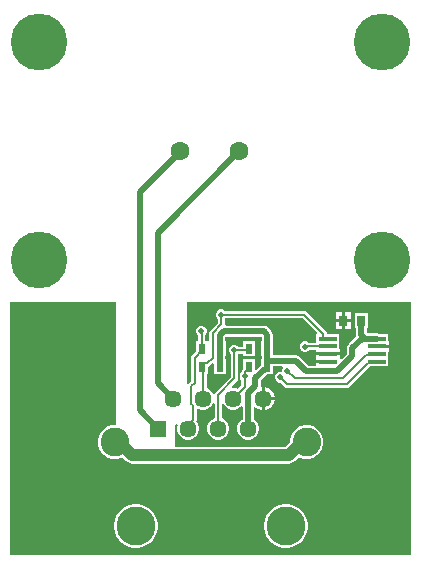
<source format=gtl>
G04*
G04 #@! TF.GenerationSoftware,Altium Limited,Altium Designer,24.5.1 (21)*
G04*
G04 Layer_Physical_Order=1*
G04 Layer_Color=255*
%FSLAX25Y25*%
%MOIN*%
G70*
G04*
G04 #@! TF.SameCoordinates,40B6127D-9DCA-48F2-A9B9-7EA9BB6FB6DE*
G04*
G04*
G04 #@! TF.FilePolarity,Positive*
G04*
G01*
G75*
%ADD11C,0.00787*%
%ADD16R,0.06102X0.01575*%
%ADD17R,0.03000X0.03400*%
%ADD18R,0.02400X0.03400*%
%ADD29C,0.01968*%
%ADD30C,0.03937*%
%ADD31C,0.12992*%
%ADD32C,0.09567*%
%ADD33R,0.05701X0.05701*%
%ADD34C,0.05701*%
%ADD35C,0.18898*%
%ADD36C,0.06299*%
%ADD37C,0.01968*%
G36*
X85989Y74842D02*
Y73353D01*
X85658D01*
Y68379D01*
X85989D01*
Y67448D01*
X85658D01*
Y65526D01*
X85653Y65522D01*
X84095Y63964D01*
X83633Y64156D01*
Y67448D01*
X79658D01*
Y64176D01*
X79569Y64087D01*
X79308Y63696D01*
X79216Y63235D01*
X79216Y63235D01*
Y63218D01*
X78813Y62815D01*
X78543Y62163D01*
Y61459D01*
X78813Y60808D01*
X79111Y60510D01*
Y58707D01*
X77981Y57578D01*
X77802Y57681D01*
X76877Y57929D01*
X76087D01*
X75853Y58402D01*
X77623Y60172D01*
X77623Y60172D01*
X77884Y60563D01*
X77976Y61024D01*
X77976Y61024D01*
Y69162D01*
X79658D01*
Y68379D01*
X83633D01*
Y73353D01*
X79658D01*
Y71570D01*
X78179D01*
X77775Y71974D01*
X77124Y72244D01*
X76419D01*
X75768Y71974D01*
X75270Y71476D01*
X75000Y70825D01*
Y70120D01*
X75270Y69469D01*
X75567Y69171D01*
Y61522D01*
X70546Y56501D01*
X70285Y56111D01*
X70237Y55869D01*
X70179Y55846D01*
X69717Y55818D01*
X69309Y56525D01*
X68631Y57202D01*
X67802Y57681D01*
X67602Y57735D01*
Y62473D01*
X67885D01*
Y64969D01*
X68175Y65027D01*
X68566Y65288D01*
X69448Y66170D01*
X69910Y65979D01*
Y62473D01*
X73885D01*
Y67448D01*
X73704D01*
Y68379D01*
X73885D01*
Y73353D01*
X73704D01*
Y74693D01*
X73977Y74965D01*
X85866D01*
X85989Y74842D01*
D02*
G37*
G36*
X135788Y2007D02*
X2007D01*
X2007Y86614D01*
X37402D01*
Y45374D01*
X36156D01*
X34740Y44994D01*
X33469Y44261D01*
X32432Y43224D01*
X31699Y41953D01*
X31319Y40537D01*
Y39070D01*
X31699Y37653D01*
X32432Y36383D01*
X33469Y35345D01*
X34740Y34612D01*
X36156Y34232D01*
X37623D01*
X39040Y34612D01*
X39442Y34844D01*
X40818Y33468D01*
X41394Y33026D01*
X42064Y32748D01*
X42783Y32653D01*
X95012D01*
X95731Y32748D01*
X96402Y33026D01*
X96978Y33468D01*
X98354Y34844D01*
X98755Y34612D01*
X100172Y34232D01*
X101639D01*
X103056Y34612D01*
X104326Y35345D01*
X105363Y36383D01*
X106097Y37653D01*
X106476Y39070D01*
Y40537D01*
X106097Y41953D01*
X105363Y43224D01*
X104326Y44261D01*
X103056Y44994D01*
X101639Y45374D01*
X100172D01*
X98755Y44994D01*
X97485Y44261D01*
X96448Y43224D01*
X95714Y41953D01*
X95335Y40537D01*
Y39687D01*
X93861Y38213D01*
X57087D01*
Y45276D01*
X57484Y45673D01*
X57932Y45414D01*
X57760Y44770D01*
Y43812D01*
X58008Y42887D01*
X58487Y42058D01*
X59164Y41380D01*
X59993Y40901D01*
X60919Y40653D01*
X61877D01*
X62802Y40901D01*
X63631Y41380D01*
X64309Y42058D01*
X64788Y42887D01*
X65035Y43812D01*
Y44770D01*
X64788Y45695D01*
X64309Y46525D01*
X64097Y46737D01*
X64105Y46748D01*
X64196Y47209D01*
X64196Y47209D01*
Y50862D01*
X64629Y51112D01*
X64994Y50901D01*
X65919Y50653D01*
X66877D01*
X67802Y50901D01*
X68631Y51380D01*
X69309Y52058D01*
X69693Y52724D01*
X70193Y52590D01*
Y47735D01*
X69994Y47681D01*
X69164Y47202D01*
X68487Y46525D01*
X68008Y45695D01*
X67760Y44770D01*
Y43812D01*
X68008Y42887D01*
X68487Y42058D01*
X69164Y41380D01*
X69994Y40901D01*
X70919Y40653D01*
X71877D01*
X72802Y40901D01*
X73631Y41380D01*
X74309Y42058D01*
X74787Y42887D01*
X75035Y43812D01*
Y44770D01*
X74787Y45695D01*
X74309Y46525D01*
X73631Y47202D01*
X72802Y47681D01*
X72602Y47735D01*
Y52590D01*
X73102Y52724D01*
X73487Y52058D01*
X74164Y51380D01*
X74993Y50901D01*
X75919Y50653D01*
X76877D01*
X77802Y50901D01*
X78631Y51380D01*
X79091Y51840D01*
X79591Y51633D01*
Y47449D01*
X79164Y47202D01*
X78487Y46525D01*
X78008Y45695D01*
X77760Y44770D01*
Y43812D01*
X78008Y42887D01*
X78487Y42058D01*
X79164Y41380D01*
X79993Y40901D01*
X80919Y40653D01*
X81877D01*
X82802Y40901D01*
X83631Y41380D01*
X84309Y42058D01*
X84787Y42887D01*
X85035Y43812D01*
Y44770D01*
X84787Y45695D01*
X84309Y46525D01*
X83631Y47202D01*
X83204Y47449D01*
Y51333D01*
X83704Y51540D01*
X84034Y51210D01*
X84912Y50703D01*
X85891Y50441D01*
X85898D01*
Y54291D01*
Y58254D01*
X85593Y58518D01*
X85617Y58642D01*
Y60378D01*
X87713Y62473D01*
X89633D01*
Y65123D01*
X92816D01*
X93023Y64623D01*
X92986Y64586D01*
X92716Y63935D01*
Y63631D01*
X92490Y63210D01*
X92255Y63189D01*
X91774D01*
X91122Y62919D01*
X90624Y62421D01*
X90354Y61770D01*
Y61065D01*
X90624Y60414D01*
X91122Y59915D01*
X91774Y59646D01*
X92195D01*
X93637Y58204D01*
X93637Y58204D01*
X94027Y57943D01*
X94488Y57851D01*
X94488Y57851D01*
X114173D01*
X114173Y57851D01*
X114634Y57943D01*
X115025Y58204D01*
X121857Y65036D01*
X123917D01*
X123917Y65036D01*
X124034Y65059D01*
X128150D01*
Y69964D01*
X128362D01*
Y71252D01*
X124311D01*
Y72252D01*
X128362D01*
Y73539D01*
X128150D01*
Y75886D01*
X125143D01*
X125002Y75980D01*
X124311Y76117D01*
X121043D01*
X120948Y76212D01*
Y77828D01*
X121429D01*
Y82802D01*
X116854D01*
Y77828D01*
X117335D01*
Y75464D01*
X117411Y75084D01*
X114864Y72537D01*
X114473Y71951D01*
X114335Y71260D01*
Y69207D01*
X112517Y67388D01*
X112024Y67603D01*
Y68693D01*
X107972D01*
X103921D01*
Y67405D01*
Y67134D01*
X107973D01*
Y66134D01*
X103921D01*
Y65192D01*
X101536D01*
X98521Y68206D01*
X97935Y68598D01*
X97244Y68735D01*
X89633D01*
Y73353D01*
X89602D01*
Y75590D01*
X89464Y76282D01*
X89073Y76868D01*
X87892Y78049D01*
X87305Y78440D01*
X86614Y78578D01*
X74062D01*
X73645Y79046D01*
X73645Y79047D01*
Y80982D01*
X73742Y81079D01*
X99501D01*
X104298Y76282D01*
X104134Y75886D01*
X104134D01*
Y72956D01*
X101596D01*
X101397Y73155D01*
X100746Y73425D01*
X100041D01*
X99390Y73155D01*
X98892Y72657D01*
X98622Y72006D01*
Y71301D01*
X98892Y70650D01*
X99390Y70152D01*
X100041Y69882D01*
X100746D01*
X101397Y70152D01*
X101793Y70548D01*
X103921D01*
Y69693D01*
X107972D01*
X112024D01*
Y70980D01*
X111811D01*
Y75886D01*
X107656D01*
X107578Y76279D01*
X107317Y76670D01*
X107317Y76670D01*
X100852Y83135D01*
X100461Y83396D01*
X100000Y83488D01*
X100000Y83488D01*
X73742D01*
X73444Y83785D01*
X72793Y84055D01*
X72088D01*
X71437Y83785D01*
X70939Y83287D01*
X70669Y82636D01*
Y81931D01*
X70939Y81280D01*
X71237Y80982D01*
Y79545D01*
X68665Y76974D01*
X68404Y76583D01*
X68312Y76122D01*
X68312Y76122D01*
Y73529D01*
X67885Y73353D01*
Y73353D01*
X67102D01*
Y75620D01*
X67250Y75768D01*
X67520Y76419D01*
Y77124D01*
X67250Y77775D01*
X66752Y78274D01*
X66100Y78543D01*
X65396D01*
X64745Y78274D01*
X64246Y77775D01*
X63976Y77124D01*
Y76419D01*
X64246Y75768D01*
X64693Y75321D01*
Y73353D01*
X63910D01*
Y70082D01*
X62665Y68837D01*
X62404Y68446D01*
X62312Y67985D01*
X62312Y67985D01*
Y60078D01*
X61524Y59290D01*
X61485Y59291D01*
X61024Y59446D01*
Y86614D01*
X135788D01*
Y2007D01*
D02*
G37*
%LPC*%
G36*
X115642Y83015D02*
X113642D01*
Y80815D01*
X115642D01*
Y83015D01*
D02*
G37*
G36*
X112642D02*
X110642D01*
Y80815D01*
X112642D01*
Y83015D01*
D02*
G37*
G36*
X115642Y79815D02*
X113642D01*
Y77615D01*
X115642D01*
Y79815D01*
D02*
G37*
G36*
X112642D02*
X110642D01*
Y77615D01*
X112642D01*
Y79815D01*
D02*
G37*
G36*
X86905Y58142D02*
X86898D01*
Y54791D01*
X90248D01*
Y54798D01*
X89986Y55778D01*
X89479Y56656D01*
X88762Y57372D01*
X87884Y57879D01*
X86905Y58142D01*
D02*
G37*
G36*
X90248Y53791D02*
X86898D01*
Y50441D01*
X86905D01*
X87884Y50703D01*
X88762Y51210D01*
X89479Y51927D01*
X89986Y52805D01*
X90248Y53784D01*
Y53791D01*
D02*
G37*
G36*
X94615Y19094D02*
X93180D01*
X91773Y18815D01*
X90448Y18266D01*
X89255Y17469D01*
X88240Y16454D01*
X87443Y15261D01*
X86894Y13936D01*
X86614Y12528D01*
Y11094D01*
X86894Y9686D01*
X87443Y8361D01*
X88240Y7168D01*
X89255Y6154D01*
X90448Y5356D01*
X91773Y4808D01*
X93180Y4528D01*
X94615D01*
X96022Y4808D01*
X97348Y5356D01*
X98541Y6154D01*
X99555Y7168D01*
X100352Y8361D01*
X100901Y9686D01*
X101181Y11094D01*
Y12528D01*
X100901Y13936D01*
X100352Y15261D01*
X99555Y16454D01*
X98541Y17469D01*
X97348Y18266D01*
X96022Y18815D01*
X94615Y19094D01*
D02*
G37*
G36*
X44615D02*
X43180D01*
X41773Y18815D01*
X40448Y18266D01*
X39255Y17469D01*
X38240Y16454D01*
X37443Y15261D01*
X36894Y13936D01*
X36614Y12528D01*
Y11094D01*
X36894Y9686D01*
X37443Y8361D01*
X38240Y7168D01*
X39255Y6154D01*
X40448Y5356D01*
X41773Y4808D01*
X43180Y4528D01*
X44615D01*
X46022Y4808D01*
X47348Y5356D01*
X48541Y6154D01*
X49555Y7168D01*
X50352Y8361D01*
X50901Y9686D01*
X51181Y11094D01*
Y12528D01*
X50901Y13936D01*
X50352Y15261D01*
X49555Y16454D01*
X48541Y17469D01*
X47348Y18266D01*
X46022Y18815D01*
X44615Y19094D01*
D02*
G37*
%LPD*%
D11*
X97047Y61024D02*
X112992D01*
X120769Y68801D01*
X94488Y63583D02*
X97047Y61024D01*
X92126Y61417D02*
X94488Y59055D01*
X114173D02*
X121358Y66240D01*
X94488Y59055D02*
X114173D01*
X120769Y68801D02*
X123919D01*
X124311Y69193D01*
X121358Y66240D02*
X123917D01*
X124311Y66634D01*
X76772Y70011D02*
X77127Y70366D01*
X100492Y71752D02*
X107972D01*
X100394Y71653D02*
X100492Y71752D01*
X100000Y82284D02*
X106465Y75818D01*
X106859Y74311D02*
X107972D01*
X106465Y74705D02*
X106859Y74311D01*
X106465Y74705D02*
Y75818D01*
X72441Y82284D02*
X100000D01*
X69517Y76122D02*
X72441Y79046D01*
Y82284D01*
X69517Y67942D02*
Y76122D01*
X67714Y66140D02*
X69517Y67942D01*
X80420Y61916D02*
Y63235D01*
X80315Y58209D02*
Y61811D01*
X80420Y63235D02*
X81646Y64461D01*
X80315Y61811D02*
X80420Y61916D01*
X76398Y54291D02*
X80315Y58209D01*
X81646Y64461D02*
Y64961D01*
X76772Y61024D02*
Y70011D01*
X71398Y55650D02*
X76772Y61024D01*
X77127Y70366D02*
X81146D01*
X81646Y70866D01*
X66704Y66140D02*
X67714D01*
X65898Y64961D02*
Y65333D01*
X66704Y66140D01*
X65748Y76772D02*
X65898Y76622D01*
Y70866D02*
Y76622D01*
Y70366D02*
Y70866D01*
X63516Y67985D02*
X65898Y70366D01*
X63516Y59579D02*
Y67985D01*
X62366Y52621D02*
Y58429D01*
X62992Y47209D02*
Y51995D01*
X62366Y52621D02*
X62992Y51995D01*
X61398Y45615D02*
X62992Y47209D01*
X61398Y44291D02*
Y45615D01*
X62366Y58429D02*
X63516Y59579D01*
X71398Y44291D02*
Y55650D01*
X65898Y64961D02*
X66398Y64461D01*
Y54291D02*
Y64461D01*
D16*
X107972Y74311D02*
D03*
Y71752D02*
D03*
Y69193D02*
D03*
Y66634D02*
D03*
X124311Y74311D02*
D03*
Y71752D02*
D03*
Y69193D02*
D03*
Y66634D02*
D03*
D17*
X113142Y80315D02*
D03*
X119142D02*
D03*
D18*
X81646Y64961D02*
D03*
X87646D02*
D03*
X81646Y70866D02*
D03*
X87646D02*
D03*
X65898Y64961D02*
D03*
X71898D02*
D03*
X65898Y70866D02*
D03*
X71898D02*
D03*
D29*
X51181Y109646D02*
X78347Y136811D01*
X51181Y59508D02*
Y109646D01*
X45276Y123031D02*
X59055Y136811D01*
X45276Y50413D02*
Y123031D01*
X71898Y64961D02*
Y75441D01*
X73228Y76772D02*
X86614D01*
X87795Y67061D02*
Y75590D01*
Y65110D02*
Y67061D01*
X87927Y66929D02*
X97244D01*
X87795Y67061D02*
X87927Y66929D01*
X97244D02*
X100787Y63386D01*
X111068D02*
X116142Y68459D01*
Y71260D01*
X100787Y63386D02*
X111068D01*
X119193Y74311D02*
X120295D01*
X116142Y71260D02*
X119193Y74311D01*
X120295D02*
X124311D01*
X119142Y75464D02*
X120295Y74311D01*
X119142Y75464D02*
Y80315D01*
X83811Y61126D02*
X86930Y64245D01*
X87430D01*
X81398Y44291D02*
Y56229D01*
X83811Y58642D01*
Y61126D01*
X87430Y64245D02*
X87646Y64461D01*
Y64961D01*
X87795Y65110D01*
X86614Y76772D02*
X87795Y75590D01*
X71898Y75441D02*
X73228Y76772D01*
X51181Y59508D02*
X56398Y54291D01*
X45276Y50413D02*
X51398Y44291D01*
D30*
X38413Y39803D02*
X42783Y35433D01*
X95012D02*
X99382Y39803D01*
X42783Y35433D02*
X95012D01*
X36890Y39803D02*
X38413D01*
X99382D02*
X100906D01*
D31*
X43898Y11811D02*
D03*
X93898D02*
D03*
D32*
X36890Y39803D02*
D03*
X100906D02*
D03*
D33*
X51398Y44291D02*
D03*
D34*
X56398Y54291D02*
D03*
X61398Y44291D02*
D03*
X66398Y54291D02*
D03*
X71398Y44291D02*
D03*
X76398Y54291D02*
D03*
X81398Y44291D02*
D03*
X86398Y54291D02*
D03*
D35*
X11811Y173228D02*
D03*
X125984D02*
D03*
X11811Y100394D02*
D03*
X125984D02*
D03*
D36*
X58661Y136811D02*
D03*
X78347D02*
D03*
D37*
X129921Y41339D02*
D03*
X5906Y45276D02*
D03*
X129921Y5906D02*
D03*
X5906D02*
D03*
Y82677D02*
D03*
X35433D02*
D03*
X62992D02*
D03*
X108661Y80315D02*
D03*
X129921Y71653D02*
D03*
X102362Y68110D02*
D03*
X74803Y76772D02*
D03*
X92126Y61417D02*
D03*
X94488Y63583D02*
D03*
X100394Y71653D02*
D03*
X72441Y82284D02*
D03*
X80315Y61811D02*
D03*
X76772Y70472D02*
D03*
X65748Y76772D02*
D03*
M02*

</source>
